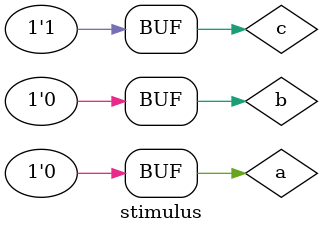
<source format=v>
`timescale 1ns / 1ps

module stimulus;
	// Inputs
	reg a;
	reg b;
	reg c;
	// Outputs
	wire y;
	wire z;
	// Instantiate the Unit Under Test (UUT)
	adder1 uut (
		a,
		b,
		c,
		y,
		z
	);
 
	initial begin
	$dumpfile("tb_adder1.vcd");
    $dumpvars(0,stimulus);
		// Initialize Inputs
		a = 0;
		b = 0;
		c = 0;
 
		#20 a = 1;
		#20 b = 1;
		#20 c = 1;
		#20 a = 0;
		#20 a = 1;
		#20 a = 0; b = 0;
	
 
	end  
 
		initial begin
		 $monitor("t=%3d a=%d,b=%d,c=%d,y=%d,z=%d, \n",$time,a,b,c,y,z, );
		 end
 
endmodule
 
 

</source>
